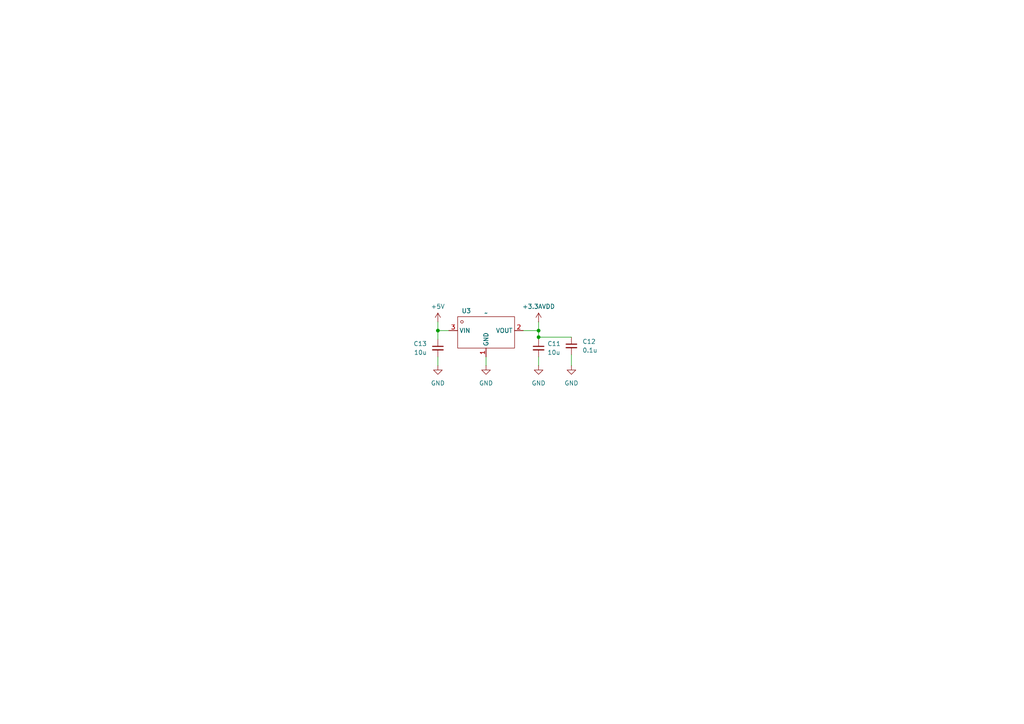
<source format=kicad_sch>
(kicad_sch
	(version 20250114)
	(generator "eeschema")
	(generator_version "9.0")
	(uuid "32ca9556-dcac-4b61-b1b8-4f7dad4e5d08")
	(paper "A4")
	(lib_symbols
		(symbol "Device:C_Small"
			(pin_numbers
				(hide yes)
			)
			(pin_names
				(offset 0.254)
				(hide yes)
			)
			(exclude_from_sim no)
			(in_bom yes)
			(on_board yes)
			(property "Reference" "C"
				(at 0.254 1.778 0)
				(effects
					(font
						(size 1.27 1.27)
					)
					(justify left)
				)
			)
			(property "Value" "C_Small"
				(at 0.254 -2.032 0)
				(effects
					(font
						(size 1.27 1.27)
					)
					(justify left)
				)
			)
			(property "Footprint" ""
				(at 0 0 0)
				(effects
					(font
						(size 1.27 1.27)
					)
					(hide yes)
				)
			)
			(property "Datasheet" "~"
				(at 0 0 0)
				(effects
					(font
						(size 1.27 1.27)
					)
					(hide yes)
				)
			)
			(property "Description" "Unpolarized capacitor, small symbol"
				(at 0 0 0)
				(effects
					(font
						(size 1.27 1.27)
					)
					(hide yes)
				)
			)
			(property "ki_keywords" "capacitor cap"
				(at 0 0 0)
				(effects
					(font
						(size 1.27 1.27)
					)
					(hide yes)
				)
			)
			(property "ki_fp_filters" "C_*"
				(at 0 0 0)
				(effects
					(font
						(size 1.27 1.27)
					)
					(hide yes)
				)
			)
			(symbol "C_Small_0_1"
				(polyline
					(pts
						(xy -1.524 0.508) (xy 1.524 0.508)
					)
					(stroke
						(width 0.3048)
						(type default)
					)
					(fill
						(type none)
					)
				)
				(polyline
					(pts
						(xy -1.524 -0.508) (xy 1.524 -0.508)
					)
					(stroke
						(width 0.3302)
						(type default)
					)
					(fill
						(type none)
					)
				)
			)
			(symbol "C_Small_1_1"
				(pin passive line
					(at 0 2.54 270)
					(length 2.032)
					(name "~"
						(effects
							(font
								(size 1.27 1.27)
							)
						)
					)
					(number "1"
						(effects
							(font
								(size 1.27 1.27)
							)
						)
					)
				)
				(pin passive line
					(at 0 -2.54 90)
					(length 2.032)
					(name "~"
						(effects
							(font
								(size 1.27 1.27)
							)
						)
					)
					(number "2"
						(effects
							(font
								(size 1.27 1.27)
							)
						)
					)
				)
			)
			(embedded_fonts no)
		)
		(symbol "JuanDavid_Library:AMS1117-3.3"
			(exclude_from_sim no)
			(in_bom yes)
			(on_board yes)
			(property "Reference" "U3"
				(at 0.6477 8.89 0)
				(effects
					(font
						(size 1.27 1.27)
					)
				)
			)
			(property "Value" "~"
				(at 0.6477 6.35 0)
				(effects
					(font
						(size 1.27 1.27)
					)
				)
			)
			(property "Footprint" "JuanDavid_Library:SOT-223-3_L6.5-W3.4-P2.30-LS7.0-BR"
				(at -1.016 -12.954 0)
				(effects
					(font
						(size 1.27 1.27)
					)
					(hide yes)
				)
			)
			(property "Datasheet" ""
				(at -1.27 3.81 0)
				(effects
					(font
						(size 1.27 1.27)
					)
					(hide yes)
				)
			)
			(property "Description" "Fix regulator 3.3v"
				(at 1.27 -10.668 0)
				(effects
					(font
						(size 1.27 1.27)
					)
					(hide yes)
				)
			)
			(property "LCSC Part" "C6186"
				(at -3.556 -8.636 0)
				(effects
					(font
						(size 1.27 1.27)
					)
					(hide yes)
				)
			)
			(property "Name" "AMS1117-3.3"
				(at -7.62 -16.51 0)
				(effects
					(font
						(size 1.27 1.27)
					)
					(hide yes)
				)
			)
			(symbol "AMS1117-3.3_0_1"
				(circle
					(center -6.35 3.81)
					(radius 0.38)
					(stroke
						(width 0)
						(type default)
					)
					(fill
						(type none)
					)
				)
				(pin unspecified line
					(at -10.16 1.27 0)
					(length 2.54)
					(name "VIN"
						(effects
							(font
								(size 1.27 1.27)
							)
						)
					)
					(number "3"
						(effects
							(font
								(size 1.27 1.27)
							)
						)
					)
				)
				(pin unspecified line
					(at 0.635 -6.35 90)
					(length 2.54)
					(name "GND"
						(effects
							(font
								(size 1.27 1.27)
							)
						)
					)
					(number "1"
						(effects
							(font
								(size 1.27 1.27)
							)
						)
					)
				)
				(pin unspecified line
					(at 11.43 1.27 180)
					(length 2.54)
					(name "VOUT"
						(effects
							(font
								(size 1.27 1.27)
							)
						)
					)
					(number "2"
						(effects
							(font
								(size 1.27 1.27)
							)
						)
					)
				)
			)
			(symbol "AMS1117-3.3_1_1"
				(rectangle
					(start -7.5946 5.3086)
					(end 8.9154 -3.81)
					(stroke
						(width 0)
						(type solid)
					)
					(fill
						(type none)
					)
				)
				(pin unspecified line
					(at 11.43 1.27 180)
					(length 2.54)
					(hide yes)
					(name "VOUT"
						(effects
							(font
								(size 1.27 1.27)
							)
						)
					)
					(number "4"
						(effects
							(font
								(size 1.27 1.27)
							)
						)
					)
				)
			)
			(embedded_fonts no)
		)
		(symbol "power:+3.3V"
			(power)
			(pin_numbers
				(hide yes)
			)
			(pin_names
				(offset 0)
				(hide yes)
			)
			(exclude_from_sim no)
			(in_bom yes)
			(on_board yes)
			(property "Reference" "#PWR"
				(at 0 -3.81 0)
				(effects
					(font
						(size 1.27 1.27)
					)
					(hide yes)
				)
			)
			(property "Value" "+3.3V"
				(at 0 3.556 0)
				(effects
					(font
						(size 1.27 1.27)
					)
				)
			)
			(property "Footprint" ""
				(at 0 0 0)
				(effects
					(font
						(size 1.27 1.27)
					)
					(hide yes)
				)
			)
			(property "Datasheet" ""
				(at 0 0 0)
				(effects
					(font
						(size 1.27 1.27)
					)
					(hide yes)
				)
			)
			(property "Description" "Power symbol creates a global label with name \"+3.3V\""
				(at 0 0 0)
				(effects
					(font
						(size 1.27 1.27)
					)
					(hide yes)
				)
			)
			(property "ki_keywords" "global power"
				(at 0 0 0)
				(effects
					(font
						(size 1.27 1.27)
					)
					(hide yes)
				)
			)
			(symbol "+3.3V_0_1"
				(polyline
					(pts
						(xy -0.762 1.27) (xy 0 2.54)
					)
					(stroke
						(width 0)
						(type default)
					)
					(fill
						(type none)
					)
				)
				(polyline
					(pts
						(xy 0 2.54) (xy 0.762 1.27)
					)
					(stroke
						(width 0)
						(type default)
					)
					(fill
						(type none)
					)
				)
				(polyline
					(pts
						(xy 0 0) (xy 0 2.54)
					)
					(stroke
						(width 0)
						(type default)
					)
					(fill
						(type none)
					)
				)
			)
			(symbol "+3.3V_1_1"
				(pin power_in line
					(at 0 0 90)
					(length 0)
					(name "~"
						(effects
							(font
								(size 1.27 1.27)
							)
						)
					)
					(number "1"
						(effects
							(font
								(size 1.27 1.27)
							)
						)
					)
				)
			)
			(embedded_fonts no)
		)
		(symbol "power:+5V"
			(power)
			(pin_numbers
				(hide yes)
			)
			(pin_names
				(offset 0)
				(hide yes)
			)
			(exclude_from_sim no)
			(in_bom yes)
			(on_board yes)
			(property "Reference" "#PWR"
				(at 0 -3.81 0)
				(effects
					(font
						(size 1.27 1.27)
					)
					(hide yes)
				)
			)
			(property "Value" "+5V"
				(at 0 3.556 0)
				(effects
					(font
						(size 1.27 1.27)
					)
				)
			)
			(property "Footprint" ""
				(at 0 0 0)
				(effects
					(font
						(size 1.27 1.27)
					)
					(hide yes)
				)
			)
			(property "Datasheet" ""
				(at 0 0 0)
				(effects
					(font
						(size 1.27 1.27)
					)
					(hide yes)
				)
			)
			(property "Description" "Power symbol creates a global label with name \"+5V\""
				(at 0 0 0)
				(effects
					(font
						(size 1.27 1.27)
					)
					(hide yes)
				)
			)
			(property "ki_keywords" "global power"
				(at 0 0 0)
				(effects
					(font
						(size 1.27 1.27)
					)
					(hide yes)
				)
			)
			(symbol "+5V_0_1"
				(polyline
					(pts
						(xy -0.762 1.27) (xy 0 2.54)
					)
					(stroke
						(width 0)
						(type default)
					)
					(fill
						(type none)
					)
				)
				(polyline
					(pts
						(xy 0 2.54) (xy 0.762 1.27)
					)
					(stroke
						(width 0)
						(type default)
					)
					(fill
						(type none)
					)
				)
				(polyline
					(pts
						(xy 0 0) (xy 0 2.54)
					)
					(stroke
						(width 0)
						(type default)
					)
					(fill
						(type none)
					)
				)
			)
			(symbol "+5V_1_1"
				(pin power_in line
					(at 0 0 90)
					(length 0)
					(name "~"
						(effects
							(font
								(size 1.27 1.27)
							)
						)
					)
					(number "1"
						(effects
							(font
								(size 1.27 1.27)
							)
						)
					)
				)
			)
			(embedded_fonts no)
		)
		(symbol "power:GND"
			(power)
			(pin_numbers
				(hide yes)
			)
			(pin_names
				(offset 0)
				(hide yes)
			)
			(exclude_from_sim no)
			(in_bom yes)
			(on_board yes)
			(property "Reference" "#PWR"
				(at 0 -6.35 0)
				(effects
					(font
						(size 1.27 1.27)
					)
					(hide yes)
				)
			)
			(property "Value" "GND"
				(at 0 -3.81 0)
				(effects
					(font
						(size 1.27 1.27)
					)
				)
			)
			(property "Footprint" ""
				(at 0 0 0)
				(effects
					(font
						(size 1.27 1.27)
					)
					(hide yes)
				)
			)
			(property "Datasheet" ""
				(at 0 0 0)
				(effects
					(font
						(size 1.27 1.27)
					)
					(hide yes)
				)
			)
			(property "Description" "Power symbol creates a global label with name \"GND\" , ground"
				(at 0 0 0)
				(effects
					(font
						(size 1.27 1.27)
					)
					(hide yes)
				)
			)
			(property "ki_keywords" "global power"
				(at 0 0 0)
				(effects
					(font
						(size 1.27 1.27)
					)
					(hide yes)
				)
			)
			(symbol "GND_0_1"
				(polyline
					(pts
						(xy 0 0) (xy 0 -1.27) (xy 1.27 -1.27) (xy 0 -2.54) (xy -1.27 -1.27) (xy 0 -1.27)
					)
					(stroke
						(width 0)
						(type default)
					)
					(fill
						(type none)
					)
				)
			)
			(symbol "GND_1_1"
				(pin power_in line
					(at 0 0 270)
					(length 0)
					(name "~"
						(effects
							(font
								(size 1.27 1.27)
							)
						)
					)
					(number "1"
						(effects
							(font
								(size 1.27 1.27)
							)
						)
					)
				)
			)
			(embedded_fonts no)
		)
	)
	(junction
		(at 156.21 97.79)
		(diameter 0)
		(color 0 0 0 0)
		(uuid "14d22881-d2ad-4eec-97b5-5f878e75f123")
	)
	(junction
		(at 127 95.885)
		(diameter 0)
		(color 0 0 0 0)
		(uuid "b7906e4b-7b2f-4933-87a2-71da98fcbf6d")
	)
	(junction
		(at 156.21 95.885)
		(diameter 0)
		(color 0 0 0 0)
		(uuid "c5c17895-6026-4c75-845e-85ae8d175afb")
	)
	(wire
		(pts
			(xy 165.735 97.79) (xy 156.21 97.79)
		)
		(stroke
			(width 0)
			(type default)
		)
		(uuid "19141706-8c49-4026-9f42-5ec89dca6202")
	)
	(wire
		(pts
			(xy 156.21 98.425) (xy 156.21 97.79)
		)
		(stroke
			(width 0)
			(type default)
		)
		(uuid "2dbebea3-7bd6-47c0-8d1c-94a701b16dd5")
	)
	(wire
		(pts
			(xy 127 95.885) (xy 127 93.345)
		)
		(stroke
			(width 0)
			(type default)
		)
		(uuid "33d130ea-f3f0-4690-9128-6b88af9697f7")
	)
	(wire
		(pts
			(xy 165.735 102.87) (xy 165.735 106.045)
		)
		(stroke
			(width 0)
			(type default)
		)
		(uuid "3a9f60a0-0c73-45b5-8b2b-6baf15fce3e1")
	)
	(wire
		(pts
			(xy 156.21 95.885) (xy 151.765 95.885)
		)
		(stroke
			(width 0)
			(type default)
		)
		(uuid "6ca4e3d0-5252-474a-b317-9f4c581f08e7")
	)
	(wire
		(pts
			(xy 156.21 95.885) (xy 156.21 97.79)
		)
		(stroke
			(width 0)
			(type default)
		)
		(uuid "70fe4f94-d371-4c0b-96b9-d79873c2c4d8")
	)
	(wire
		(pts
			(xy 140.97 103.505) (xy 140.97 106.045)
		)
		(stroke
			(width 0)
			(type default)
		)
		(uuid "8320e7a1-e0ed-4bf4-9dd2-60728eb91ccb")
	)
	(wire
		(pts
			(xy 156.21 103.505) (xy 156.21 106.045)
		)
		(stroke
			(width 0)
			(type default)
		)
		(uuid "a03a0c5d-85c9-45fb-b906-7fc0e2748f9f")
	)
	(wire
		(pts
			(xy 127 103.505) (xy 127 106.045)
		)
		(stroke
			(width 0)
			(type default)
		)
		(uuid "b9bb84a4-3cef-4327-af51-797146348ecf")
	)
	(wire
		(pts
			(xy 130.175 95.885) (xy 127 95.885)
		)
		(stroke
			(width 0)
			(type default)
		)
		(uuid "c4d803ef-0c2c-4665-8634-b30e0bca0dbe")
	)
	(wire
		(pts
			(xy 156.21 93.345) (xy 156.21 95.885)
		)
		(stroke
			(width 0)
			(type default)
		)
		(uuid "c8f83cea-ce30-4c34-8eab-bd642892211b")
	)
	(wire
		(pts
			(xy 127 95.885) (xy 127 98.425)
		)
		(stroke
			(width 0)
			(type default)
		)
		(uuid "d0073319-a3b2-4e21-acd9-640e69c38b1b")
	)
	(symbol
		(lib_id "Device:C_Small")
		(at 156.21 100.965 0)
		(unit 1)
		(exclude_from_sim no)
		(in_bom yes)
		(on_board yes)
		(dnp no)
		(fields_autoplaced yes)
		(uuid "0bcdea16-6004-4715-a3e4-25483abc1717")
		(property "Reference" "C11"
			(at 158.75 99.7012 0)
			(effects
				(font
					(size 1.27 1.27)
				)
				(justify left)
			)
		)
		(property "Value" "10u"
			(at 158.75 102.2412 0)
			(effects
				(font
					(size 1.27 1.27)
				)
				(justify left)
			)
		)
		(property "Footprint" "Capacitor_THT:CP_Radial_D5.0mm_P2.00mm"
			(at 156.21 100.965 0)
			(effects
				(font
					(size 1.27 1.27)
				)
				(hide yes)
			)
		)
		(property "Datasheet" "~"
			(at 156.21 100.965 0)
			(effects
				(font
					(size 1.27 1.27)
				)
				(hide yes)
			)
		)
		(property "Description" "Unpolarized capacitor, small symbol"
			(at 156.21 100.965 0)
			(effects
				(font
					(size 1.27 1.27)
				)
				(hide yes)
			)
		)
		(pin "1"
			(uuid "7d53aaef-2949-4e29-a1e7-1f3b96a6eac3")
		)
		(pin "2"
			(uuid "be6951a7-ffe1-432c-9f5f-d676c3cd9c61")
		)
		(instances
			(project "PruebasADC"
				(path "/9c289644-7cfe-4b68-893d-c632b6a6c159"
					(reference "C11")
					(unit 1)
				)
			)
		)
	)
	(symbol
		(lib_id "power:+5V")
		(at 127 93.345 0)
		(unit 1)
		(exclude_from_sim no)
		(in_bom yes)
		(on_board yes)
		(dnp no)
		(fields_autoplaced yes)
		(uuid "1e824c12-517d-472b-8c5d-9523f369c946")
		(property "Reference" "#PWR06"
			(at 127 97.155 0)
			(effects
				(font
					(size 1.27 1.27)
				)
				(hide yes)
			)
		)
		(property "Value" "+5V"
			(at 127 88.9 0)
			(effects
				(font
					(size 1.27 1.27)
				)
			)
		)
		(property "Footprint" ""
			(at 127 93.345 0)
			(effects
				(font
					(size 1.27 1.27)
				)
				(hide yes)
			)
		)
		(property "Datasheet" ""
			(at 127 93.345 0)
			(effects
				(font
					(size 1.27 1.27)
				)
				(hide yes)
			)
		)
		(property "Description" "Power symbol creates a global label with name \"+5V\""
			(at 127 93.345 0)
			(effects
				(font
					(size 1.27 1.27)
				)
				(hide yes)
			)
		)
		(pin "1"
			(uuid "1a6c5c5a-fb28-4b7d-9610-420937170697")
		)
		(instances
			(project "PruebasADC"
				(path "/9c289644-7cfe-4b68-893d-c632b6a6c159"
					(reference "#PWR06")
					(unit 1)
				)
			)
		)
	)
	(symbol
		(lib_id "power:GND")
		(at 127 106.045 0)
		(unit 1)
		(exclude_from_sim no)
		(in_bom yes)
		(on_board yes)
		(dnp no)
		(fields_autoplaced yes)
		(uuid "2e2fd252-fbd1-4743-9b48-ad8095c5d9a0")
		(property "Reference" "#PWR025"
			(at 127 112.395 0)
			(effects
				(font
					(size 1.27 1.27)
				)
				(hide yes)
			)
		)
		(property "Value" "GND"
			(at 127 111.125 0)
			(effects
				(font
					(size 1.27 1.27)
				)
			)
		)
		(property "Footprint" ""
			(at 127 106.045 0)
			(effects
				(font
					(size 1.27 1.27)
				)
				(hide yes)
			)
		)
		(property "Datasheet" ""
			(at 127 106.045 0)
			(effects
				(font
					(size 1.27 1.27)
				)
				(hide yes)
			)
		)
		(property "Description" "Power symbol creates a global label with name \"GND\" , ground"
			(at 127 106.045 0)
			(effects
				(font
					(size 1.27 1.27)
				)
				(hide yes)
			)
		)
		(pin "1"
			(uuid "970f8fde-92e9-445c-b2c0-312ac343991e")
		)
		(instances
			(project "PruebasADC"
				(path "/9c289644-7cfe-4b68-893d-c632b6a6c159"
					(reference "#PWR025")
					(unit 1)
				)
			)
		)
	)
	(symbol
		(lib_id "Device:C_Small")
		(at 127 100.965 0)
		(mirror y)
		(unit 1)
		(exclude_from_sim no)
		(in_bom yes)
		(on_board yes)
		(dnp no)
		(uuid "4d7674d8-4aee-47a9-a3af-320d42ff0648")
		(property "Reference" "C13"
			(at 123.825 99.7012 0)
			(effects
				(font
					(size 1.27 1.27)
				)
				(justify left)
			)
		)
		(property "Value" "10u"
			(at 123.825 102.2412 0)
			(effects
				(font
					(size 1.27 1.27)
				)
				(justify left)
			)
		)
		(property "Footprint" "Capacitor_THT:CP_Radial_D5.0mm_P2.00mm"
			(at 127 100.965 0)
			(effects
				(font
					(size 1.27 1.27)
				)
				(hide yes)
			)
		)
		(property "Datasheet" "~"
			(at 127 100.965 0)
			(effects
				(font
					(size 1.27 1.27)
				)
				(hide yes)
			)
		)
		(property "Description" "Unpolarized capacitor, small symbol"
			(at 127 100.965 0)
			(effects
				(font
					(size 1.27 1.27)
				)
				(hide yes)
			)
		)
		(pin "1"
			(uuid "a0f52126-c5b8-4bee-bef6-14a8411b42c0")
		)
		(pin "2"
			(uuid "8cf1e7d5-20e1-4997-a7ed-78fa8b9c3084")
		)
		(instances
			(project "PruebasADC"
				(path "/9c289644-7cfe-4b68-893d-c632b6a6c159"
					(reference "C13")
					(unit 1)
				)
			)
		)
	)
	(symbol
		(lib_id "power:GND")
		(at 156.21 106.045 0)
		(unit 1)
		(exclude_from_sim no)
		(in_bom yes)
		(on_board yes)
		(dnp no)
		(fields_autoplaced yes)
		(uuid "526341f9-76a0-47dd-8428-1f4d16eee404")
		(property "Reference" "#PWR021"
			(at 156.21 112.395 0)
			(effects
				(font
					(size 1.27 1.27)
				)
				(hide yes)
			)
		)
		(property "Value" "GND"
			(at 156.21 111.125 0)
			(effects
				(font
					(size 1.27 1.27)
				)
			)
		)
		(property "Footprint" ""
			(at 156.21 106.045 0)
			(effects
				(font
					(size 1.27 1.27)
				)
				(hide yes)
			)
		)
		(property "Datasheet" ""
			(at 156.21 106.045 0)
			(effects
				(font
					(size 1.27 1.27)
				)
				(hide yes)
			)
		)
		(property "Description" "Power symbol creates a global label with name \"GND\" , ground"
			(at 156.21 106.045 0)
			(effects
				(font
					(size 1.27 1.27)
				)
				(hide yes)
			)
		)
		(pin "1"
			(uuid "fa88d9a2-fd4e-40aa-b354-35d921b5c5fe")
		)
		(instances
			(project "PruebasADC"
				(path "/9c289644-7cfe-4b68-893d-c632b6a6c159"
					(reference "#PWR021")
					(unit 1)
				)
			)
		)
	)
	(symbol
		(lib_id "power:GND")
		(at 165.735 106.045 0)
		(unit 1)
		(exclude_from_sim no)
		(in_bom yes)
		(on_board yes)
		(dnp no)
		(fields_autoplaced yes)
		(uuid "68746e8e-ca6e-4372-99e9-1636e9cdd886")
		(property "Reference" "#PWR024"
			(at 165.735 112.395 0)
			(effects
				(font
					(size 1.27 1.27)
				)
				(hide yes)
			)
		)
		(property "Value" "GND"
			(at 165.735 111.125 0)
			(effects
				(font
					(size 1.27 1.27)
				)
			)
		)
		(property "Footprint" ""
			(at 165.735 106.045 0)
			(effects
				(font
					(size 1.27 1.27)
				)
				(hide yes)
			)
		)
		(property "Datasheet" ""
			(at 165.735 106.045 0)
			(effects
				(font
					(size 1.27 1.27)
				)
				(hide yes)
			)
		)
		(property "Description" "Power symbol creates a global label with name \"GND\" , ground"
			(at 165.735 106.045 0)
			(effects
				(font
					(size 1.27 1.27)
				)
				(hide yes)
			)
		)
		(pin "1"
			(uuid "5724021e-e428-41af-804a-08d7ff153aeb")
		)
		(instances
			(project "PruebasADC"
				(path "/9c289644-7cfe-4b68-893d-c632b6a6c159"
					(reference "#PWR024")
					(unit 1)
				)
			)
		)
	)
	(symbol
		(lib_id "power:GND")
		(at 140.97 106.045 0)
		(unit 1)
		(exclude_from_sim no)
		(in_bom yes)
		(on_board yes)
		(dnp no)
		(fields_autoplaced yes)
		(uuid "7ce32699-17a4-44a4-9896-930345947285")
		(property "Reference" "#PWR08"
			(at 140.97 112.395 0)
			(effects
				(font
					(size 1.27 1.27)
				)
				(hide yes)
			)
		)
		(property "Value" "GND"
			(at 140.97 111.125 0)
			(effects
				(font
					(size 1.27 1.27)
				)
			)
		)
		(property "Footprint" ""
			(at 140.97 106.045 0)
			(effects
				(font
					(size 1.27 1.27)
				)
				(hide yes)
			)
		)
		(property "Datasheet" ""
			(at 140.97 106.045 0)
			(effects
				(font
					(size 1.27 1.27)
				)
				(hide yes)
			)
		)
		(property "Description" "Power symbol creates a global label with name \"GND\" , ground"
			(at 140.97 106.045 0)
			(effects
				(font
					(size 1.27 1.27)
				)
				(hide yes)
			)
		)
		(pin "1"
			(uuid "4b6c9c08-5ca8-48bc-af03-8be534279925")
		)
		(instances
			(project "PruebasADC"
				(path "/9c289644-7cfe-4b68-893d-c632b6a6c159"
					(reference "#PWR08")
					(unit 1)
				)
			)
		)
	)
	(symbol
		(lib_id "power:+3.3V")
		(at 156.21 93.345 0)
		(unit 1)
		(exclude_from_sim no)
		(in_bom yes)
		(on_board yes)
		(dnp no)
		(fields_autoplaced yes)
		(uuid "9aa1bb20-105c-488b-a012-c04a13fda6d8")
		(property "Reference" "#PWR010"
			(at 156.21 97.155 0)
			(effects
				(font
					(size 1.27 1.27)
				)
				(hide yes)
			)
		)
		(property "Value" "+3.3AVDD"
			(at 156.21 88.9 0)
			(effects
				(font
					(size 1.27 1.27)
				)
			)
		)
		(property "Footprint" ""
			(at 156.21 93.345 0)
			(effects
				(font
					(size 1.27 1.27)
				)
				(hide yes)
			)
		)
		(property "Datasheet" ""
			(at 156.21 93.345 0)
			(effects
				(font
					(size 1.27 1.27)
				)
				(hide yes)
			)
		)
		(property "Description" "Power symbol creates a global label with name \"+3.3V\""
			(at 156.21 93.345 0)
			(effects
				(font
					(size 1.27 1.27)
				)
				(hide yes)
			)
		)
		(pin "1"
			(uuid "f09154f9-a9d3-4114-9600-4bdb1943db65")
		)
		(instances
			(project "PruebasADC"
				(path "/9c289644-7cfe-4b68-893d-c632b6a6c159"
					(reference "#PWR010")
					(unit 1)
				)
			)
		)
	)
	(symbol
		(lib_id "JuanDavid_Library:AMS1117-3.3")
		(at 140.335 97.155 0)
		(unit 1)
		(exclude_from_sim no)
		(in_bom yes)
		(on_board yes)
		(dnp no)
		(uuid "b85697f5-dd30-4099-a0a0-b5f7422546fe")
		(property "Reference" "U3"
			(at 135.255 90.17 0)
			(effects
				(font
					(size 1.27 1.27)
				)
			)
		)
		(property "Value" "~"
			(at 140.9827 90.805 0)
			(effects
				(font
					(size 1.27 1.27)
				)
			)
		)
		(property "Footprint" "JuanDavid_Library:SOT-223-3_L6.5-W3.4-P2.30-LS7.0-BR"
			(at 139.319 110.109 0)
			(effects
				(font
					(size 1.27 1.27)
				)
				(hide yes)
			)
		)
		(property "Datasheet" ""
			(at 139.065 93.345 0)
			(effects
				(font
					(size 1.27 1.27)
				)
				(hide yes)
			)
		)
		(property "Description" "Fix regulator 3.3v"
			(at 141.605 107.823 0)
			(effects
				(font
					(size 1.27 1.27)
				)
				(hide yes)
			)
		)
		(property "LCSC Part" "C6186"
			(at 136.779 105.791 0)
			(effects
				(font
					(size 1.27 1.27)
				)
				(hide yes)
			)
		)
		(property "Name" "AMS1117-3.3"
			(at 132.715 113.665 0)
			(effects
				(font
					(size 1.27 1.27)
				)
				(hide yes)
			)
		)
		(pin "1"
			(uuid "3fb380fb-8ab8-4e51-b8c7-711d99cace43")
		)
		(pin "2"
			(uuid "5471fb89-0503-407c-9ee0-6e09851ab471")
		)
		(pin "4"
			(uuid "ae9c3c6a-5b5c-4dd7-be6f-d3602fa69ebf")
		)
		(pin "3"
			(uuid "111c3736-ba78-45a1-8f2c-eeadb631adbc")
		)
		(instances
			(project "PruebasADC"
				(path "/9c289644-7cfe-4b68-893d-c632b6a6c159"
					(reference "U3")
					(unit 1)
				)
			)
		)
	)
	(symbol
		(lib_id "Device:C_Small")
		(at 165.735 100.33 0)
		(unit 1)
		(exclude_from_sim no)
		(in_bom yes)
		(on_board yes)
		(dnp no)
		(fields_autoplaced yes)
		(uuid "fe5fa790-817b-401b-a9d3-5534e2613fed")
		(property "Reference" "C12"
			(at 168.91 99.0662 0)
			(effects
				(font
					(size 1.27 1.27)
				)
				(justify left)
			)
		)
		(property "Value" "0.1u"
			(at 168.91 101.6062 0)
			(effects
				(font
					(size 1.27 1.27)
				)
				(justify left)
			)
		)
		(property "Footprint" "Capacitor_THT:C_Disc_D4.7mm_W2.5mm_P5.00mm"
			(at 165.735 100.33 0)
			(effects
				(font
					(size 1.27 1.27)
				)
				(hide yes)
			)
		)
		(property "Datasheet" "~"
			(at 165.735 100.33 0)
			(effects
				(font
					(size 1.27 1.27)
				)
				(hide yes)
			)
		)
		(property "Description" "Unpolarized capacitor, small symbol"
			(at 165.735 100.33 0)
			(effects
				(font
					(size 1.27 1.27)
				)
				(hide yes)
			)
		)
		(pin "1"
			(uuid "6efef962-5b45-4975-9941-f4c528a0bb3e")
		)
		(pin "2"
			(uuid "32f85b28-af0b-4718-8a01-5caa1b04caa9")
		)
		(instances
			(project "PruebasADC"
				(path "/9c289644-7cfe-4b68-893d-c632b6a6c159"
					(reference "C12")
					(unit 1)
				)
			)
		)
	)
)

</source>
